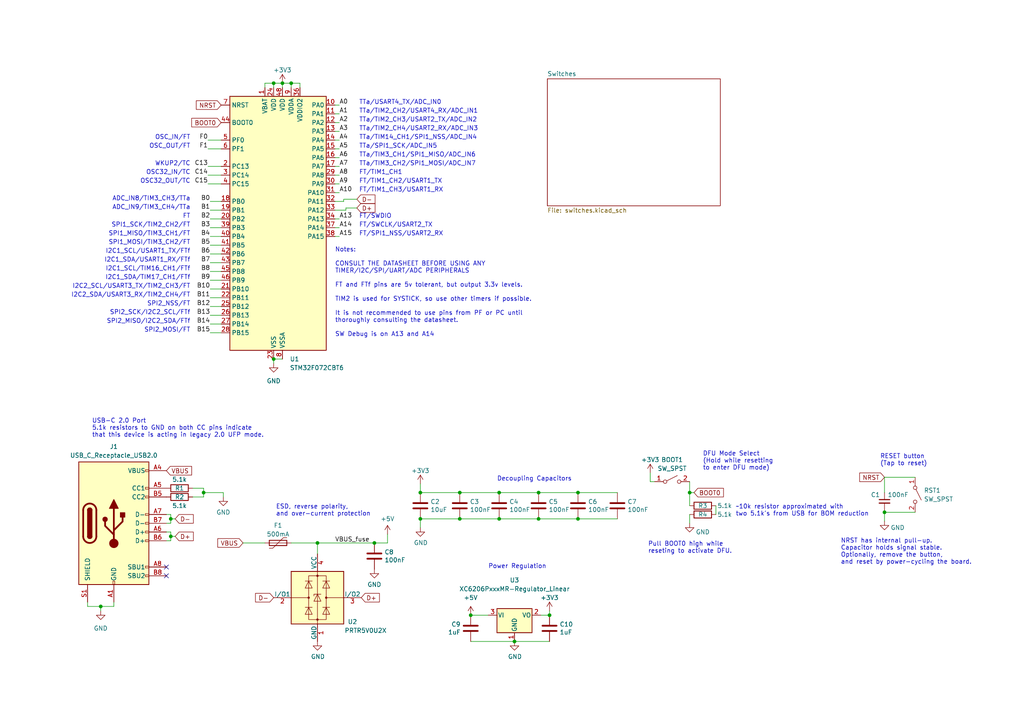
<source format=kicad_sch>
(kicad_sch (version 20250114) (generator "eeschema") (generator_version "9.0")
  (paper "A4")
  (title_block (title "Components"))
  (lib_symbols
    (symbol "+5V_1" (power) (pin_names (offset 0))
      (property "Value" "+5V_1" (at 0 3.556 0))
      (symbol "+5V_1_0_1"
        (polyline (pts (xy -0.762 1.27) (xy 0 2.54)))
        (polyline (pts (xy 0 2.54) (xy 0.762 1.27)))
        (polyline (pts (xy 0 0) (xy 0 2.54)))
      )
      (symbol "+5V_1_1_1"
        (pin power_in line (at 0 0 90) (length 0) (hide yes) (name "+5V") (number "1"))
      )
    )
    (symbol "Connector:USB_C_Receptacle_USB2.0" (pin_names (offset 1.016))
      (property "Reference" "J" (at -10.16 19.05 0))
      (property "Value" "USB_C_Receptacle_USB2.0" (at 19.05 19.05 0))
      (symbol "USB_C_Receptacle_USB2.0_0_0"
        (rectangle (start -0.254 -17.78) (end 0.254 -16.764))
        (rectangle (start 10.16 15.494) (end 9.144 14.986))
        (rectangle (start 10.16 10.414) (end 9.144 9.906))
        (rectangle (start 10.16 7.874) (end 9.144 7.366))
        (rectangle (start 10.16 2.794) (end 9.144 2.286))
        (rectangle (start 10.16 0.254) (end 9.144 -0.254))
        (rectangle (start 10.16 -2.286) (end 9.144 -2.794))
        (rectangle (start 10.16 -4.826) (end 9.144 -5.334))
        (rectangle (start 10.16 -12.446) (end 9.144 -12.954))
        (rectangle (start 10.16 -14.986) (end 9.144 -15.494))
      )
      (symbol "USB_C_Receptacle_USB2.0_0_1"
        (rectangle (start -10.16 17.78) (end 10.16 -17.78) (stroke (width 0.254)) (fill (type background)))
        (polyline (pts (xy -8.89 -3.81) (xy -8.89 3.81)) (stroke (width 0.508)))
        (rectangle (start -7.62 -3.81) (end -6.35 3.81) (stroke (width 0.254)) (fill (type outline)))
        (arc (start -7.62 3.81) (mid -6.985 4.4423) (end -6.35 3.81) (stroke (width 0.254)))
        (arc (start -7.62 3.81) (mid -6.985 4.4423) (end -6.35 3.81) (stroke (width 0.254)) (fill (type outline)))
        (arc (start -8.89 3.81) (mid -6.985 5.7067) (end -5.08 3.81) (stroke (width 0.508)))
        (arc (start -5.08 -3.81) (mid -6.985 -5.7067) (end -8.89 -3.81) (stroke (width 0.508)))
        (arc (start -6.35 -3.81) (mid -6.985 -4.4423) (end -7.62 -3.81) (stroke (width 0.254)))
        (arc (start -6.35 -3.81) (mid -6.985 -4.4423) (end -7.62 -3.81) (stroke (width 0.254)) (fill (type outline)))
        (polyline (pts (xy -5.08 3.81) (xy -5.08 -3.81)) (stroke (width 0.508)))
        (circle (center -2.54 1.143) (radius 0.635) (stroke (width 0.254)) (fill (type outline)))
        (polyline (pts (xy -1.27 4.318) (xy 0 6.858) (xy 1.27 4.318) (xy -1.27 4.318)) (stroke (width 0.254)) (fill (type outline)))
        (polyline (pts (xy 0 -2.032) (xy 2.54 0.508) (xy 2.54 1.778)) (stroke (width 0.508)))
        (polyline (pts (xy 0 -3.302) (xy -2.54 -0.762) (xy -2.54 0.508)) (stroke (width 0.508)))
        (polyline (pts (xy 0 -5.842) (xy 0 4.318)) (stroke (width 0.508)))
        (circle (center 0 -5.842) (radius 1.27) (fill (type outline)))
        (rectangle (start 1.905 1.778) (end 3.175 3.048) (stroke (width 0.254)) (fill (type outline)))
      )
      (symbol "USB_C_Receptacle_USB2.0_1_1"
        (pin passive line (at -7.62 -22.86 90) (length 5.08) (name "SHIELD") (number "S1"))
        (pin passive line (at 0 -22.86 90) (length 5.08) (name "GND") (number "A1"))
        (pin passive line (at 0 -22.86 90) (length 5.08) (hide yes) (name "GND") (number "A12"))
        (pin passive line (at 0 -22.86 90) (length 5.08) (hide yes) (name "GND") (number "B1"))
        (pin passive line (at 0 -22.86 90) (length 5.08) (hide yes) (name "GND") (number "B12"))
        (pin passive line (at 15.24 15.24 180) (length 5.08) (name "VBUS") (number "A4"))
        (pin passive line (at 15.24 15.24 180) (length 5.08) (hide yes) (name "VBUS") (number "A9"))
        (pin passive line (at 15.24 15.24 180) (length 5.08) (hide yes) (name "VBUS") (number "B4"))
        (pin passive line (at 15.24 15.24 180) (length 5.08) (hide yes) (name "VBUS") (number "B9"))
        (pin bidirectional line (at 15.24 10.16 180) (length 5.08) (name "CC1") (number "A5"))
        (pin bidirectional line (at 15.24 7.62 180) (length 5.08) (name "CC2") (number "B5"))
        (pin bidirectional line (at 15.24 2.54 180) (length 5.08) (name "D-") (number "A7"))
        (pin bidirectional line (at 15.24 0 180) (length 5.08) (name "D-") (number "B7"))
        (pin bidirectional line (at 15.24 -2.54 180) (length 5.08) (name "D+") (number "A6"))
        (pin bidirectional line (at 15.24 -5.08 180) (length 5.08) (name "D+") (number "B6"))
        (pin bidirectional line (at 15.24 -12.7 180) (length 5.08) (name "SBU1") (number "A8"))
        (pin bidirectional line (at 15.24 -15.24 180) (length 5.08) (name "SBU2") (number "B8"))
      )
    )
    (symbol "Device:C" (pin_numbers (hide yes)) (pin_names (offset 0.254))
      (property "Reference" "C" (at 0.635 2.54 0))
      (property "Value" "C" (at 0.635 -2.54 0))
      (symbol "C_0_1"
        (polyline (pts (xy -2.032 0.762) (xy 2.032 0.762)) (stroke (width 0.508)))
        (polyline (pts (xy -2.032 -0.762) (xy 2.032 -0.762)) (stroke (width 0.508)))
      )
      (symbol "C_1_1"
        (pin passive line (at 0 3.81 270) (length 2.794) (name "~") (number "1"))
        (pin passive line (at 0 -3.81 90) (length 2.794) (name "~") (number "2"))
      )
    )
    (symbol "Device:C_Small" (pin_numbers (hide yes)) (pin_names (offset 0.254) (hide yes))
      (property "Reference" "C" (at 0.254 1.778 0))
      (property "Value" "C_Small" (at 0.254 -2.032 0))
      (symbol "C_Small_0_1"
        (polyline (pts (xy -1.524 0.508) (xy 1.524 0.508)) (stroke (width 0.3048)))
        (polyline (pts (xy -1.524 -0.508) (xy 1.524 -0.508)) (stroke (width 0.3302)))
      )
      (symbol "C_Small_1_1"
        (pin passive line (at 0 2.54 270) (length 2.032) (name "~") (number "1"))
        (pin passive line (at 0 -2.54 90) (length 2.032) (name "~") (number "2"))
      )
    )
    (symbol "Device:Polyfuse" (pin_numbers (hide yes)) (pin_names (offset 0))
      (property "Reference" "F" (at -2.54 0 90))
      (property "Value" "Polyfuse" (at 2.54 0 90))
      (symbol "Polyfuse_0_1"
        (polyline (pts (xy -1.524 2.54) (xy -1.524 1.524) (xy 1.524 -1.524) (xy 1.524 -2.54)))
        (rectangle (start -0.762 2.54) (end 0.762 -2.54) (stroke (width 0.254)))
        (polyline (pts (xy 0 2.54) (xy 0 -2.54)))
      )
      (symbol "Polyfuse_1_1"
        (pin passive line (at 0 3.81 270) (length 1.27) (name "~") (number "1"))
        (pin passive line (at 0 -3.81 90) (length 1.27) (name "~") (number "2"))
      )
    )
    (symbol "Device:R" (pin_numbers (hide yes)) (pin_names (offset 0))
      (property "Reference" "R" (at 2.032 0 90))
      (property "Value" "R" (at 0 0 90))
      (symbol "R_0_1"
        (rectangle (start -1.016 -2.54) (end 1.016 2.54) (stroke (width 0.254)))
      )
      (symbol "R_1_1"
        (pin passive line (at 0 3.81 270) (length 1.27) (name "~") (number "1"))
        (pin passive line (at 0 -3.81 90) (length 1.27) (name "~") (number "2"))
      )
    )
    (symbol "MCU_ST_STM32F0:STM32F072CBTx"
      (property "Reference" "U" (at -12.7 39.37 0))
      (property "Value" "STM32F072CBTx" (at 10.16 39.37 0))
      (symbol "STM32F072CBTx_0_1"
        (rectangle (start -12.7 -35.56) (end 15.24 38.1) (stroke (width 0.254)) (fill (type background)))
      )
      (symbol "STM32F072CBTx_1_1"
        (pin input line (at -15.24 35.56 0) (length 2.54) (name "NRST") (number "7"))
        (pin input line (at -15.24 30.48 0) (length 2.54) (name "BOOT0") (number "44"))
        (pin bidirectional line (at -15.24 25.4 0) (length 2.54) (name "PF0") (number "5"))
        (pin bidirectional line (at -15.24 22.86 0) (length 2.54) (name "PF1") (number "6"))
        (pin bidirectional line (at -15.24 17.78 0) (length 2.54) (name "PC13") (number "2"))
        (pin bidirectional line (at -15.24 15.24 0) (length 2.54) (name "PC14") (number "3"))
        (pin bidirectional line (at -15.24 12.7 0) (length 2.54) (name "PC15") (number "4"))
        (pin bidirectional line (at -15.24 7.62 0) (length 2.54) (name "PB0") (number "18"))
        (pin bidirectional line (at -15.24 5.08 0) (length 2.54) (name "PB1") (number "19"))
        (pin bidirectional line (at -15.24 2.54 0) (length 2.54) (name "PB2") (number "20"))
        (pin bidirectional line (at -15.24 0 0) (length 2.54) (name "PB3") (number "39"))
        (pin bidirectional line (at -15.24 -2.54 0) (length 2.54) (name "PB4") (number "40"))
        (pin bidirectional line (at -15.24 -5.08 0) (length 2.54) (name "PB5") (number "41"))
        (pin bidirectional line (at -15.24 -7.62 0) (length 2.54) (name "PB6") (number "42"))
        (pin bidirectional line (at -15.24 -10.16 0) (length 2.54) (name "PB7") (number "43"))
        (pin bidirectional line (at -15.24 -12.7 0) (length 2.54) (name "PB8") (number "45"))
        (pin bidirectional line (at -15.24 -15.24 0) (length 2.54) (name "PB9") (number "46"))
        (pin bidirectional line (at -15.24 -17.78 0) (length 2.54) (name "PB10") (number "21"))
        (pin bidirectional line (at -15.24 -20.32 0) (length 2.54) (name "PB11") (number "22"))
        (pin bidirectional line (at -15.24 -22.86 0) (length 2.54) (name "PB12") (number "25"))
        (pin bidirectional line (at -15.24 -25.4 0) (length 2.54) (name "PB13") (number "26"))
        (pin bidirectional line (at -15.24 -27.94 0) (length 2.54) (name "PB14") (number "27"))
        (pin bidirectional line (at -15.24 -30.48 0) (length 2.54) (name "PB15") (number "28"))
        (pin power_in line (at -2.54 40.64 270) (length 2.54) (name "VBAT") (number "1"))
        (pin power_in line (at 0 40.64 270) (length 2.54) (name "VDD") (number "24"))
        (pin power_in line (at 0 -38.1 90) (length 2.54) (name "VSS") (number "23"))
        (pin passive line (at 0 -38.1 90) (length 2.54) (hide yes) (name "VSS") (number "35"))
        (pin passive line (at 0 -38.1 90) (length 2.54) (hide yes) (name "VSS") (number "47"))
        (pin power_in line (at 2.54 40.64 270) (length 2.54) (name "VDD") (number "48"))
        (pin power_in line (at 2.54 -38.1 90) (length 2.54) (name "VSSA") (number "8"))
        (pin power_in line (at 5.08 40.64 270) (length 2.54) (name "VDDA") (number "9"))
        (pin power_in line (at 7.62 40.64 270) (length 2.54) (name "VDDIO2") (number "36"))
        (pin bidirectional line (at 17.78 35.56 180) (length 2.54) (name "PA0") (number "10"))
        (pin bidirectional line (at 17.78 33.02 180) (length 2.54) (name "PA1") (number "11"))
        (pin bidirectional line (at 17.78 30.48 180) (length 2.54) (name "PA2") (number "12"))
        (pin bidirectional line (at 17.78 27.94 180) (length 2.54) (name "PA3") (number "13"))
        (pin bidirectional line (at 17.78 25.4 180) (length 2.54) (name "PA4") (number "14"))
        (pin bidirectional line (at 17.78 22.86 180) (length 2.54) (name "PA5") (number "15"))
        (pin bidirectional line (at 17.78 20.32 180) (length 2.54) (name "PA6") (number "16"))
        (pin bidirectional line (at 17.78 17.78 180) (length 2.54) (name "PA7") (number "17"))
        (pin bidirectional line (at 17.78 15.24 180) (length 2.54) (name "PA8") (number "29"))
        (pin bidirectional line (at 17.78 12.7 180) (length 2.54) (name "PA9") (number "30"))
        (pin bidirectional line (at 17.78 10.16 180) (length 2.54) (name "PA10") (number "31"))
        (pin bidirectional line (at 17.78 7.62 180) (length 2.54) (name "PA11") (number "32"))
        (pin bidirectional line (at 17.78 5.08 180) (length 2.54) (name "PA12") (number "33"))
        (pin bidirectional line (at 17.78 2.54 180) (length 2.54) (name "PA13") (number "34"))
        (pin bidirectional line (at 17.78 0 180) (length 2.54) (name "PA14") (number "37"))
        (pin bidirectional line (at 17.78 -2.54 180) (length 2.54) (name "PA15") (number "38"))
      )
    )
    (symbol "Power_Protection:PRTR5V0U2X" (pin_names (offset 0))
      (property "Reference" "D" (at 2.794 8.636 0))
      (property "Value" "PRTR5V0U2X" (at 8.128 -9.398 0))
      (symbol "PRTR5V0U2X_0_1"
        (rectangle (start -7.62 -7.62) (end 7.62 7.62) (stroke (width 0.254)) (fill (type background)))
        (polyline (pts (xy -3.556 2.794) (xy -1.524 2.794) (xy -2.54 4.826) (xy -3.556 2.794)))
        (polyline (pts (xy -3.556 -4.826) (xy -1.524 -4.826) (xy -2.54 -2.794) (xy -3.556 -4.826)))
        (rectangle (start -2.54 6.35) (end 2.54 -6.35))
        (circle (center -2.54 0) (radius 0.254) (fill (type outline)))
        (polyline (pts (xy -2.54 0) (xy -7.62 0)))
        (polyline (pts (xy -1.524 4.826) (xy -3.556 4.826)))
        (polyline (pts (xy -1.524 -2.794) (xy -3.556 -2.794)))
        (polyline (pts (xy -1.016 -1.016) (xy 1.016 -1.016) (xy 0 1.016) (xy -1.016 -1.016)))
        (circle (center 0 6.35) (radius 0.254) (fill (type outline)))
        (circle (center 0 -6.35) (radius 0.254) (fill (type outline)))
        (polyline (pts (xy 0 -7.62) (xy 0 7.62)))
        (polyline (pts (xy 1.016 1.016) (xy -1.016 1.016) (xy -1.016 0.508)))
        (polyline (pts (xy 1.524 4.826) (xy 3.556 4.826)))
        (polyline (pts (xy 1.524 -2.794) (xy 3.556 -2.794)))
        (polyline (pts (xy 2.54 0) (xy 7.62 0)))
        (circle (center 2.54 0) (radius 0.254) (fill (type outline)))
        (polyline (pts (xy 3.556 2.794) (xy 1.524 2.794) (xy 2.54 4.826) (xy 3.556 2.794)))
        (polyline (pts (xy 3.556 -4.826) (xy 1.524 -4.826) (xy 2.54 -2.794) (xy 3.556 -4.826)))
      )
      (symbol "PRTR5V0U2X_1_1"
        (pin passive line (at -12.7 0 0) (length 5.08) (name "I/O1") (number "2"))
        (pin passive line (at 0 12.7 270) (length 5.08) (name "VCC") (number "4"))
        (pin passive line (at 0 -12.7 90) (length 5.08) (name "GND") (number "1"))
        (pin passive line (at 12.7 0 180) (length 5.08) (name "I/O2") (number "3"))
      )
    )
    (symbol "Switch:SW_SPST" (pin_names (offset 0) (hide yes))
      (property "Reference" "SW" (at 0 3.175 0))
      (property "Value" "SW_SPST" (at 0 -2.54 0))
      (symbol "SW_SPST_0_0"
        (circle (center -2.032 0) (radius 0.508))
        (polyline (pts (xy -1.524 0.254) (xy 1.524 1.778)))
        (circle (center 2.032 0) (radius 0.508))
      )
      (symbol "SW_SPST_1_1"
        (pin passive line (at -5.08 0 0) (length 2.54) (name "A") (number "1"))
        (pin passive line (at 5.08 0 180) (length 2.54) (name "B") (number "2"))
      )
    )
    (symbol "kicad-keyboard-parts:XC6206PxxxMR-Regulator_Linear" (pin_names (offset 0.254))
      (property "Reference" "U" (at -3.81 3.175 0))
      (property "Value" "XC6206PxxxMR-Regulator_Linear" (at 0 3.175 0))
      (property "LCSC" "C5446" (at 0 0 0))
      (symbol "XC6206PxxxMR-Regulator_Linear_0_1"
        (rectangle (start -5.08 1.905) (end 5.08 -5.08) (stroke (width 0.254)) (fill (type background)))
      )
      (symbol "XC6206PxxxMR-Regulator_Linear_1_1"
        (pin power_in line (at -7.62 0 0) (length 2.54) (name "VI") (number "3"))
        (pin power_in line (at 0 -7.62 90) (length 2.54) (name "GND") (number "1"))
        (pin power_out line (at 7.62 0 180) (length 2.54) (name "VO") (number "2"))
      )
    )
    (symbol "power:+3V3" (power) (pin_names (offset 0))
      (property "Value" "+3V3" (at 0 3.556 0))
      (symbol "+3V3_0_1"
        (polyline (pts (xy -0.762 1.27) (xy 0 2.54)))
        (polyline (pts (xy 0 2.54) (xy 0.762 1.27)))
        (polyline (pts (xy 0 0) (xy 0 2.54)))
      )
      (symbol "+3V3_1_1"
        (pin power_in line (at 0 0 90) (length 0) (hide yes) (name "+3V3") (number "1"))
      )
    )
    (symbol "power:+5V" (power) (pin_names (offset 0))
      (property "Value" "+5V" (at 0 3.556 0))
      (symbol "+5V_0_1"
        (polyline (pts (xy -0.762 1.27) (xy 0 2.54)))
        (polyline (pts (xy 0 2.54) (xy 0.762 1.27)))
        (polyline (pts (xy 0 0) (xy 0 2.54)))
      )
      (symbol "+5V_1_1"
        (pin power_in line (at 0 0 90) (length 0) (hide yes) (name "+5V") (number "1"))
      )
    )
    (symbol "power:GND" (power) (pin_names (offset 0))
      (property "Value" "GND" (at 0 -3.81 0))
      (symbol "GND_0_1"
        (polyline (pts (xy 0 0) (xy 0 -1.27) (xy 1.27 -1.27) (xy 0 -2.54) (xy -1.27 -1.27) (xy 0 -1.27)))
      )
      (symbol "GND_1_1"
        (pin power_in line (at 0 0 270) (length 0) (hide yes) (name "GND") (number "1"))
      )
    )
  )
  (text "SPI1_SCK/TIM2_CH2/FT" (at 55.245 66.04 0) (effects (font (size 1.27 1.27)) (justify right bottom)))
  (text "FT/TIM1_CH1" (at 104.14 50.8 0) (effects (font (size 1.27 1.27)) (justify left bottom)))
  (text "FT/TIM1_CH3/USART1_RX" (at 104.14 55.88 0) (effects (font (size 1.27 1.27)) (justify left bottom)))
  (text "SPI2_NSS/FT" (at 55.245 88.9 0) (effects (font (size 1.27 1.27)) (justify right bottom)))
  (text "Notes:\n\nCONSULT THE DATASHEET BEFORE USING ANY \nTIMER/I2C/SPI/UART/ADC PERIPHERALS\n\nFT and FTf pins are 5v tolerant, but output 3.3v levels.\n\nTIM2 is used for SYSTICK, so use other timers if possible.\n\nIt is not recommended to use pins from PF or PC until\nthoroughly consulting the datasheet.\n\nSW Debug is on A13 and A14" (at 97.155 97.79 0) (effects (font (size 1.27 1.27)) (justify left bottom)))
  (text "TTa/TIM2_CH4/USART2_RX/ADC_IN3" (at 104.14 38.1 0) (effects (font (size 1.27 1.27)) (justify left bottom)))
  (text "NRST has internal pull-up.\nCapacitor holds signal stable.\nOptionally, remove the button,\nand reset by power-cycling the board." (at 243.84 163.83 0) (effects (font (size 1.27 1.27)) (justify left bottom)))
  (text "FT/SWDIO" (at 104.14 63.5 0) (effects (font (size 1.27 1.27)) (justify left bottom)))
  (text "Decoupling Capacitors" (at 144.145 139.7 0) (effects (font (size 1.27 1.27)) (justify left bottom)))
  (text "SPI1_MOSI/TIM3_CH2/FT" (at 55.245 71.12 0) (effects (font (size 1.27 1.27)) (justify right bottom)))
  (text "ADC_IN9/TIM3_CH4/TTa" (at 55.245 60.96 0) (effects (font (size 1.27 1.27)) (justify right bottom)))
  (text "I2C2_SCL/USART3_TX/TIM2_CH3/FT" (at 55.245 83.82 0) (effects (font (size 1.27 1.27)) (justify right bottom)))
  (text "SPI2_MISO/I2C2_SDA/FTf" (at 55.245 93.98 0) (effects (font (size 1.27 1.27)) (justify right bottom)))
  (text "FT/SWCLK/USART2_TX" (at 104.14 66.04 0) (effects (font (size 1.27 1.27)) (justify left bottom)))
  (text "I2C1_SCL/TIM16_CH1/FTf" (at 55.245 78.74 0) (effects (font (size 1.27 1.27)) (justify right bottom)))
  (text "~10k resistor approximated with\ntwo 5.1k's from USB for BOM reduction" (at 213.36 149.86 0) (effects (font (size 1.27 1.27)) (justify left bottom)))
  (text "TTa/TIM2_CH2/USART4_RX/ADC_IN1" (at 104.14 33.02 0) (effects (font (size 1.27 1.27)) (justify left bottom)))
  (text "USB-C 2.0 Port\n5.1k resistors to GND on both CC pins indicate\nthat this device is acting in legacy 2.0 UFP mode." (at 26.67 127 0) (effects (font (size 1.27 1.27)) (justify left bottom)))
  (text "TTa/TIM2_CH3/USART2_TX/ADC_IN2" (at 104.14 35.56 0) (effects (font (size 1.27 1.27)) (justify left bottom)))
  (text "OSC_IN/FT" (at 55.245 40.64 0) (effects (font (size 1.27 1.27)) (justify right bottom)))
  (text "DFU Mode Select\n(Hold while resetting\nto enter DFU mode)" (at 203.835 136.525 0) (effects (font (size 1.27 1.27)) (justify left bottom)))
  (text "WKUP2/TC" (at 55.245 48.26 0) (effects (font (size 1.27 1.27)) (justify right bottom)))
  (text "I2C2_SDA/USART3_RX/TIM2_CH4/FT" (at 55.245 86.36 0) (effects (font (size 1.27 1.27)) (justify right bottom)))
  (text "ADC_IN8/TIM3_CH3/TTa" (at 55.245 58.42 0) (effects (font (size 1.27 1.27)) (justify right bottom)))
  (text "RESET button\n(Tap to reset)" (at 255.27 135.255 0) (effects (font (size 1.27 1.27)) (justify left bottom)))
  (text "Pull BOOT0 high while \nreseting to activate DFU." (at 187.96 160.655 0) (effects (font (size 1.27 1.27)) (justify left bottom)))
  (text "I2C1_SDA/TIM17_CH1/FTf" (at 55.245 81.28 0) (effects (font (size 1.27 1.27)) (justify right bottom)))
  (text "TTa/SPI1_SCK/ADC_IN5" (at 104.14 43.18 0) (effects (font (size 1.27 1.27)) (justify left bottom)))
  (text "TTa/TIM3_CH1/SPI1_MISO/ADC_IN6" (at 104.14 45.72 0) (effects (font (size 1.27 1.27)) (justify left bottom)))
  (text "TTa/TIM3_CH2/SPI1_MOSI/ADC_IN7" (at 104.14 48.26 0) (effects (font (size 1.27 1.27)) (justify left bottom)))
  (text "OSC32_OUT/TC" (at 55.245 53.34 0) (effects (font (size 1.27 1.27)) (justify right bottom)))
  (text "FT/SPI1_NSS/USART2_RX" (at 104.14 68.58 0) (effects (font (size 1.27 1.27)) (justify left bottom)))
  (text "SPI1_MISO/TIM3_CH1/FT" (at 55.245 68.58 0) (effects (font (size 1.27 1.27)) (justify right bottom)))
  (text "OSC32_IN/TC" (at 55.245 50.8 0) (effects (font (size 1.27 1.27)) (justify right bottom)))
  (text "TTa/TIM14_CH1/SPI1_NSS/ADC_IN4" (at 104.14 40.64 0) (effects (font (size 1.27 1.27)) (justify left bottom)))
  (text "I2C1_SDA/USART1_RX/FTf" (at 55.245 76.2 0) (effects (font (size 1.27 1.27)) (justify right bottom)))
  (text "SPI2_MOSI/FT" (at 55.245 96.52 0) (effects (font (size 1.27 1.27)) (justify right bottom)))
  (text "FT/TIM1_CH2/USART1_TX" (at 104.14 53.34 0) (effects (font (size 1.27 1.27)) (justify left bottom)))
  (text "Power Regulation" (at 141.605 165.1 0) (effects (font (size 1.27 1.27)) (justify left bottom)))
  (text "SPI2_SCK/I2C2_SCL/FTf" (at 55.245 91.44 0) (effects (font (size 1.27 1.27)) (justify right bottom)))
  (text "OSC_OUT/FT" (at 55.245 43.18 0) (effects (font (size 1.27 1.27)) (justify right bottom)))
  (text "ESD, reverse polarity,\nand over-current protection" (at 80.01 149.86 0) (effects (font (size 1.27 1.27)) (justify left bottom)))
  (text "FT" (at 55.245 63.5 0) (effects (font (size 1.27 1.27)) (justify right bottom)))
  (text "TTa/USART4_TX/ADC_IN0" (at 104.14 30.48 0) (effects (font (size 1.27 1.27)) (justify left bottom)))
  (text "I2C1_SCL/USART1_TX/FTf" (at 55.245 73.66 0) (effects (font (size 1.27 1.27)) (justify right bottom)))
  (junction (at 200.025 142.875))
  (junction (at 81.915 24.13))
  (junction (at 159.385 178.435))
  (junction (at 59.055 142.875))
  (junction (at 79.375 24.13))
  (junction (at 156.21 150.495))
  (junction (at 136.525 178.435))
  (junction (at 156.21 142.875))
  (junction (at 121.92 150.495))
  (junction (at 149.225 186.055) (diameter 0.9144))
  (junction (at 256.54 148.59))
  (junction (at 121.92 142.875))
  (junction (at 79.375 104.14))
  (junction (at 144.78 150.495))
  (junction (at 133.35 150.495))
  (junction (at 167.64 150.495))
  (junction (at 167.64 142.875))
  (junction (at 92.075 157.48))
  (junction (at 144.78 142.875))
  (junction (at 108.585 157.48))
  (junction (at 49.53 155.575))
  (junction (at 29.21 175.895))
  (junction (at 49.53 150.495))
  (junction (at 133.35 142.875))
  (junction (at 84.455 24.13))
  (no_connect (at 48.26 167.005))
  (no_connect (at 48.26 164.465))
  (wire (pts (xy 167.64 150.495) (xy 179.07 150.495)))
  (wire (pts (xy 48.26 156.845) (xy 49.53 156.845)))
  (wire (pts (xy 60.96 76.2) (xy 64.135 76.2)))
  (wire (pts (xy 98.425 40.64) (xy 97.155 40.64)))
  (wire (pts (xy 29.21 175.895) (xy 33.02 175.895)))
  (wire (pts (xy 60.96 60.96) (xy 64.135 60.96)))
  (wire (pts (xy 86.995 24.13) (xy 86.995 25.4)))
  (wire (pts (xy 48.26 149.225) (xy 49.53 149.225)))
  (wire (pts (xy 98.425 53.34) (xy 97.155 53.34)))
  (wire (pts (xy 59.055 144.145) (xy 59.055 142.875)))
  (wire (pts (xy 144.78 150.495) (xy 133.35 150.495)))
  (wire (pts (xy 55.88 144.145) (xy 59.055 144.145)))
  (wire (pts (xy 98.425 48.26) (xy 97.155 48.26)))
  (wire (pts (xy 49.53 150.495) (xy 49.53 151.765)))
  (wire (pts (xy 59.055 142.875) (xy 59.055 141.605)))
  (wire (pts (xy 189.865 139.7) (xy 188.595 139.7)))
  (wire (pts (xy 29.21 177.165) (xy 29.21 175.895)))
  (wire (pts (xy 84.455 24.13) (xy 84.455 25.4)))
  (wire (pts (xy 98.425 35.56) (xy 97.155 35.56)))
  (wire (pts (xy 59.055 142.875) (xy 64.77 142.875)))
  (wire (pts (xy 144.78 142.875) (xy 133.35 142.875)))
  (wire (pts (xy 60.96 63.5) (xy 64.135 63.5)))
  (wire (pts (xy 84.455 24.13) (xy 86.995 24.13)))
  (wire (pts (xy 200.025 142.875) (xy 201.295 142.875)))
  (wire (pts (xy 60.96 78.74) (xy 64.135 78.74)))
  (wire (pts (xy 79.375 24.13) (xy 79.375 25.4)))
  (wire (pts (xy 55.88 141.605) (xy 59.055 141.605)))
  (wire (pts (xy 149.225 186.055) (xy 159.385 186.055)))
  (wire (pts (xy 60.96 93.98) (xy 64.135 93.98)))
  (wire (pts (xy 79.375 105.41) (xy 79.375 104.14)))
  (wire (pts (xy 60.96 83.82) (xy 64.135 83.82)))
  (wire (pts (xy 98.425 38.1) (xy 97.155 38.1)))
  (wire (pts (xy 256.54 151.13) (xy 256.54 148.59)))
  (wire (pts (xy 60.96 73.66) (xy 64.135 73.66)))
  (wire (pts (xy 136.525 178.435) (xy 141.605 178.435)))
  (wire (pts (xy 207.645 146.685) (xy 207.645 149.225)))
  (wire (pts (xy 156.21 142.875) (xy 167.64 142.875)))
  (wire (pts (xy 98.425 63.5) (xy 97.155 63.5)))
  (wire (pts (xy 60.96 71.12) (xy 64.135 71.12)))
  (wire (pts (xy 108.585 157.48) (xy 112.395 157.48)))
  (wire (pts (xy 188.595 139.7) (xy 188.595 137.16)))
  (wire (pts (xy 100.33 60.325) (xy 100.33 60.96)))
  (wire (pts (xy 60.96 66.04) (xy 64.135 66.04)))
  (wire (pts (xy 76.835 24.13) (xy 76.835 25.4)))
  (wire (pts (xy 98.425 43.18) (xy 97.155 43.18)))
  (wire (pts (xy 60.96 91.44) (xy 64.135 91.44)))
  (wire (pts (xy 256.54 138.43) (xy 265.43 138.43)))
  (wire (pts (xy 156.845 178.435) (xy 159.385 178.435)))
  (wire (pts (xy 144.78 142.875) (xy 156.21 142.875)))
  (wire (pts (xy 98.425 45.72) (xy 97.155 45.72)))
  (wire (pts (xy 200.025 139.7) (xy 200.025 142.875)))
  (wire (pts (xy 84.455 24.13) (xy 81.915 24.13)))
  (wire (pts (xy 60.96 58.42) (xy 64.135 58.42)))
  (wire (pts (xy 256.54 138.43) (xy 256.54 142.875)))
  (wire (pts (xy 98.425 55.88) (xy 97.155 55.88)))
  (wire (pts (xy 60.96 86.36) (xy 64.135 86.36)))
  (wire (pts (xy 70.485 157.48) (xy 76.835 157.48)))
  (wire (pts (xy 100.33 60.96) (xy 97.155 60.96)))
  (wire (pts (xy 121.92 153.035) (xy 121.92 150.495)))
  (wire (pts (xy 49.53 156.845) (xy 49.53 155.575)))
  (wire (pts (xy 60.325 48.26) (xy 64.135 48.26)))
  (wire (pts (xy 60.325 50.8) (xy 64.135 50.8)))
  (wire (pts (xy 48.26 154.305) (xy 49.53 154.305)))
  (wire (pts (xy 84.455 157.48) (xy 92.075 157.48)))
  (wire (pts (xy 79.375 104.14) (xy 81.915 104.14)))
  (wire (pts (xy 167.64 142.875) (xy 179.07 142.875)))
  (wire (pts (xy 121.92 140.335) (xy 121.92 142.875)))
  (wire (pts (xy 60.96 96.52) (xy 64.135 96.52)))
  (wire (pts (xy 256.54 148.59) (xy 256.54 147.955)))
  (wire (pts (xy 49.53 150.495) (xy 50.8 150.495)))
  (wire (pts (xy 79.375 24.13) (xy 81.915 24.13)))
  (wire (pts (xy 256.54 148.59) (xy 265.43 148.59)))
  (wire (pts (xy 200.025 149.225) (xy 200.025 151.765)))
  (wire (pts (xy 60.325 40.64) (xy 64.135 40.64)))
  (wire (pts (xy 60.96 88.9) (xy 64.135 88.9)))
  (wire (pts (xy 60.96 81.28) (xy 64.135 81.28)))
  (wire (pts (xy 25.4 175.895) (xy 29.21 175.895)))
  (wire (pts (xy 112.395 154.94) (xy 112.395 157.48)))
  (wire (pts (xy 76.835 24.13) (xy 79.375 24.13)))
  (wire (pts (xy 60.96 68.58) (xy 64.135 68.58)))
  (wire (pts (xy 200.025 142.875) (xy 200.025 146.685)))
  (wire (pts (xy 48.26 151.765) (xy 49.53 151.765)))
  (wire (pts (xy 99.695 57.785) (xy 99.695 58.42)))
  (wire (pts (xy 25.4 174.625) (xy 25.4 175.895)))
  (wire (pts (xy 103.505 60.325) (xy 100.33 60.325)))
  (wire (pts (xy 49.53 154.305) (xy 49.53 155.575)))
  (wire (pts (xy 98.425 50.8) (xy 97.155 50.8)))
  (wire (pts (xy 98.425 33.02) (xy 97.155 33.02)))
  (wire (pts (xy 98.425 66.04) (xy 97.155 66.04)))
  (wire (pts (xy 49.53 155.575) (xy 50.8 155.575)))
  (wire (pts (xy 133.35 150.495) (xy 121.92 150.495)))
  (wire (pts (xy 159.385 177.165) (xy 159.385 178.435)))
  (wire (pts (xy 64.77 142.875) (xy 64.77 144.145)))
  (wire (pts (xy 33.02 175.895) (xy 33.02 174.625)))
  (wire (pts (xy 99.695 58.42) (xy 97.155 58.42)))
  (wire (pts (xy 92.075 157.48) (xy 92.075 160.655)))
  (wire (pts (xy 60.325 43.18) (xy 64.135 43.18)))
  (wire (pts (xy 103.505 57.785) (xy 99.695 57.785)))
  (wire (pts (xy 149.225 186.055) (xy 136.525 186.055)))
  (wire (pts (xy 92.075 157.48) (xy 108.585 157.48)))
  (wire (pts (xy 98.425 30.48) (xy 97.155 30.48)))
  (wire (pts (xy 98.425 68.58) (xy 97.155 68.58)))
  (wire (pts (xy 81.915 24.13) (xy 81.915 25.4)))
  (wire (pts (xy 133.35 142.875) (xy 121.92 142.875)))
  (wire (pts (xy 49.53 149.225) (xy 49.53 150.495)))
  (wire (pts (xy 144.78 150.495) (xy 156.21 150.495)))
  (wire (pts (xy 156.21 150.495) (xy 167.64 150.495)))
  (wire (pts (xy 60.325 53.34) (xy 64.135 53.34)))
  (label "A1" (at 98.425 33.02 0))
  (label "A3" (at 98.425 38.1 0))
  (label "A13" (at 98.425 63.5 0))
  (label "A10" (at 98.425 55.88 0))
  (label "B7" (at 60.96 76.2 180))
  (label "B13" (at 60.96 91.44 180))
  (label "A6" (at 98.425 45.72 0))
  (label "B1" (at 60.96 60.96 180))
  (label "B9" (at 60.96 81.28 180))
  (label "B5" (at 60.96 71.12 180))
  (label "B14" (at 60.96 93.98 180))
  (label "A8" (at 98.425 50.8 0))
  (label "B0" (at 60.96 58.42 180))
  (label "A9" (at 98.425 53.34 0))
  (label "VBUS_fuse" (at 97.155 157.48 0))
  (label "A2" (at 98.425 35.56 0))
  (label "B8" (at 60.96 78.74 180))
  (label "A4" (at 98.425 40.64 0))
  (label "B12" (at 60.96 88.9 180))
  (label "B4" (at 60.96 68.58 180))
  (label "C14" (at 60.325 50.8 180))
  (label "B6" (at 60.96 73.66 180))
  (label "B15" (at 60.96 96.52 180))
  (label "A14" (at 98.425 66.04 0))
  (label "B10" (at 60.96 83.82 180))
  (label "B11" (at 60.96 86.36 180))
  (label "C15" (at 60.325 53.34 180))
  (label "B3" (at 60.96 66.04 180))
  (label "A0" (at 98.425 30.48 0))
  (label "B2" (at 60.96 63.5 180))
  (label "F1" (at 60.325 43.18 180))
  (label "A5" (at 98.425 43.18 0))
  (label "A7" (at 98.425 48.26 0))
  (label "C13" (at 60.325 48.26 180))
  (label "F0" (at 60.325 40.64 180))
  (label "A15" (at 98.425 68.58 0))
  (global_label "VBUS" (shape input) (at 70.485 157.48 180) (property "Intersheetrefs" "${INTERSHEET_REFS}" (effects (hide yes))))
  (global_label "D-" (shape input) (at 103.505 57.785 0) (property "Intersheetrefs" "${INTERSHEET_REFS}" (effects (hide yes))))
  (global_label "D-" (shape input) (at 79.375 173.355 180) (property "Intersheetrefs" "${INTERSHEET_REFS}" (effects (hide yes))))
  (global_label "BOOT0" (shape input) (at 64.135 35.56 180) (property "Intersheetrefs" "${INTERSHEET_REFS}" (effects (hide yes))))
  (global_label "D+" (shape input) (at 103.505 60.325 0) (property "Intersheetrefs" "${INTERSHEET_REFS}" (effects (hide yes))))
  (global_label "D+" (shape input) (at 104.775 173.355 0) (property "Intersheetrefs" "${INTERSHEET_REFS}" (effects (hide yes))))
  (global_label "D-" (shape input) (at 50.8 150.495 0) (property "Intersheetrefs" "${INTERSHEET_REFS}" (effects (hide yes))))
  (global_label "NRST" (shape input) (at 256.54 138.43 180) (property "Intersheetrefs" "${INTERSHEET_REFS}" (effects (hide yes))))
  (global_label "NRST" (shape input) (at 64.135 30.48 180) (property "Intersheetrefs" "${INTERSHEET_REFS}" (effects (hide yes))))
  (global_label "BOOT0" (shape input) (at 201.295 142.875 0) (property "Intersheetrefs" "${INTERSHEET_REFS}" (effects (hide yes))))
  (global_label "D+" (shape input) (at 50.8 155.575 0) (property "Intersheetrefs" "${INTERSHEET_REFS}" (effects (hide yes))))
  (global_label "VBUS" (shape input) (at 48.26 136.525 0) (property "Intersheetrefs" "${INTERSHEET_REFS}" (effects (hide yes))))
  (symbol (lib_id "Connector:USB_C_Receptacle_USB2.0") (at 33.02 151.765 0) (unit 1)
    (property "Reference" "J1" (at 33.02 129.54 0))
    (property "Value" "USB_C_Receptacle_USB2.0" (at 33.02 132.08 0))
    (property "Footprint" "Connector_USB:USB_C_Receptacle_HRO_TYPE-C-31-M-12" (effects (hide yes)))
    (property "Datasheet" "https://www.usb.org/sites/default/files/documents/usb_type-c.zip" (effects (hide yes)))
    (property "JlcRotOffset" "180" (effects (hide yes)))
    (property "JlcPosOffset" "0,1.5" (effects (hide yes)))
  )
  (symbol (lib_id "power:+3V3") (at 81.915 24.13 0) (unit 1)
    (property "Reference" "#PWR01" (effects (hide yes)))
    (property "Value" "+3V3" (at 81.915 20.32 0))
  )
  (symbol (lib_id "Device:R") (at 203.835 146.685 90) (unit 1)
    (property "Reference" "R3" (at 203.835 146.685 90))
    (property "Value" "5.1k" (at 210.185 146.685 90))
    (property "Footprint" "Resistor_SMD:R_0402_1005Metric" (effects (hide yes)))
  )
  (symbol (lib_id "Device:C") (at 108.585 161.29 0) (unit 1)
    (property "Reference" "C8" (at 111.506 160.1216 0) (effects (justify left)))
    (property "Value" "100nF" (at 111.506 162.433 0) (effects (justify left)))
    (property "Footprint" "Capacitor_SMD:C_0402_1005Metric" (effects (hide yes)))
    (property "LCSC" "C307331" (effects (hide yes)))
  )
  (symbol (lib_id "Device:Polyfuse") (at 80.645 157.48 90) (unit 1)
    (property "Reference" "F1" (at 80.645 152.4 90))
    (property "Value" "500mA" (at 80.645 154.94 90))
    (property "Footprint" "Fuse:Fuse_1206_3216Metric" (effects (hide yes)))
    (property "LCSC" "C135341" (effects (hide yes)))
  )
  (symbol (lib_id "power:GND") (at 79.375 105.41 0) (unit 1)
    (property "Reference" "#PWR02" (effects (hide yes)))
    (property "Value" "GND" (at 79.375 110.49 0))
  )
  (symbol (lib_id "power:GND") (at 64.77 144.145 0) (unit 1)
    (property "Reference" "#PWR05" (effects (hide yes)))
    (property "Value" "GND" (at 64.77 148.59 0))
  )
  (symbol (lib_id "power:GND") (at 121.92 153.035 0) (unit 1)
    (property "Reference" "#PWR08" (effects (hide yes)))
    (property "Value" "GND" (at 122.047 157.4292 0))
  )
  (symbol (lib_id "MCU_ST_STM32F0:STM32F072CBTx") (at 79.375 66.04 0) (unit 1)
    (property "Reference" "U1" (at 84.0583 104.14 0) (effects (justify left)))
    (property "Value" "STM32F072CBT6" (at 84.0583 106.68 0) (effects (justify left)))
    (property "Footprint" "Package_QFP:LQFP-48_7x7mm_P0.5mm" (effects (hide yes)))
    (property "Datasheet" "https://www.st.com/resource/en/datasheet/stm32f072cb.pdf" (effects (hide yes)))
    (property "JlcRotOffset" "90" (effects (hide yes)))
  )
  (symbol (lib_id "Device:C") (at 167.64 146.685 0) (unit 1)
    (property "Reference" "C6" (at 170.561 145.5166 0) (effects (justify left)))
    (property "Value" "100nF" (at 170.561 147.828 0) (effects (justify left)))
    (property "Footprint" "Capacitor_SMD:C_0402_1005Metric" (effects (hide yes)))
    (property "LCSC" "C307331" (effects (hide yes)))
  )
  (symbol (lib_id "power:+3V3") (at 121.92 140.335 0) (unit 1)
    (property "Reference" "#PWR04" (effects (hide yes)))
    (property "Value" "+3V3" (at 121.92 136.525 0))
  )
  (symbol (lib_id "power:GND") (at 29.21 177.165 0) (unit 1)
    (property "Reference" "#PWR011" (effects (hide yes)))
    (property "Value" "GND" (at 29.21 182.245 0))
  )
  (symbol (lib_id "Device:C") (at 159.385 182.245 0) (unit 1)
    (property "Reference" "C10" (at 162.306 181.0766 0) (effects (justify left)))
    (property "Value" "1uF" (at 162.306 183.388 0) (effects (justify left)))
    (property "Footprint" "Capacitor_SMD:C_0402_1005Metric" (effects (hide yes)))
    (property "LCSC" "C307331" (effects (hide yes)))
  )
  (symbol (lib_id "kicad-keyboard-parts:XC6206PxxxMR-Regulator_Linear") (at 149.225 178.435 0) (unit 1)
    (property "Reference" "U3" (at 149.225 168.275 0))
    (property "Value" "XC6206PxxxMR-Regulator_Linear" (at 149.225 170.815 0))
    (property "Footprint" "Package_TO_SOT_SMD:SOT-23" (effects (hide yes)))
    (property "Datasheet" "https://www.torexsemi.com/file/xc6206/XC6206.pdf" (effects (hide yes)))
    (property "LCSC" "C5446" (effects (hide yes)))
  )
  (symbol (lib_id "power:GND") (at 200.025 151.765 0) (unit 1)
    (property "Reference" "#PWR07" (effects (hide yes)))
    (property "Value" "GND" (at 203.835 154.305 0))
  )
  (symbol (lib_id "power:+3V3") (at 188.595 137.16 0) (mirror y) (unit 1)
    (property "Reference" "#PWR03" (effects (hide yes)))
    (property "Value" "+3V3" (at 188.595 133.35 0))
  )
  (symbol (lib_id "power:+3V3") (at 159.385 177.165 0) (unit 1)
    (property "Reference" "#PWR012" (effects (hide yes)))
    (property "Value" "+3V3" (at 159.385 173.355 0))
  )
  (symbol (lib_name "+5V_1") (lib_id "power:+5V") (at 112.395 154.94 0) (unit 1)
    (property "Reference" "#PWR09" (effects (hide yes)))
    (property "Value" "+5V" (at 112.395 150.495 0))
  )
  (symbol (lib_id "Device:R") (at 52.07 141.605 270) (unit 1)
    (property "Reference" "R1" (at 52.07 141.605 90))
    (property "Value" "5.1k" (at 52.07 139.065 90))
    (property "Footprint" "Resistor_SMD:R_0402_1005Metric" (effects (hide yes)))
  )
  (symbol (lib_id "power:GND") (at 108.585 165.1 0) (unit 1)
    (property "Reference" "#PWR010" (effects (hide yes)))
    (property "Value" "GND" (at 108.585 169.545 0))
  )
  (symbol (lib_id "power:GND") (at 149.225 186.055 0) (unit 1)
    (property "Reference" "#PWR015" (effects (hide yes)))
    (property "Value" "GND" (at 149.352 190.4492 0))
  )
  (symbol (lib_id "power:+5V") (at 136.525 178.435 0) (unit 1)
    (property "Reference" "#PWR013" (effects (hide yes)))
    (property "Value" "+5V" (at 136.525 173.355 0))
  )
  (symbol (lib_id "Switch:SW_SPST") (at 194.945 139.7 0) (unit 1)
    (property "Reference" "BOOT1" (at 194.945 133.35 0))
    (property "Value" "SW_SPST" (at 194.945 135.89 0))
    (property "Footprint" "Button_Switch_SMD:SW_SPST_TL3342" (effects (hide yes)))
  )
  (symbol (lib_id "Device:C") (at 144.78 146.685 0) (unit 1)
    (property "Reference" "C4" (at 147.701 145.5166 0) (effects (justify left)))
    (property "Value" "100nF" (at 147.701 147.828 0) (effects (justify left)))
    (property "Footprint" "Capacitor_SMD:C_0402_1005Metric" (effects (hide yes)))
    (property "LCSC" "C307331" (effects (hide yes)))
  )
  (symbol (lib_id "power:GND") (at 256.54 151.13 0) (mirror y) (unit 1)
    (property "Reference" "#PWR06" (effects (hide yes)))
    (property "Value" "GND" (at 260.35 153.035 0))
  )
  (symbol (lib_id "Device:C") (at 133.35 146.685 0) (unit 1)
    (property "Reference" "C3" (at 136.271 145.5166 0) (effects (justify left)))
    (property "Value" "100nF" (at 136.271 147.828 0) (effects (justify left)))
    (property "Footprint" "Capacitor_SMD:C_0402_1005Metric" (effects (hide yes)))
    (property "LCSC" "C307331" (effects (hide yes)))
  )
  (symbol (lib_id "Device:C") (at 156.21 146.685 0) (unit 1)
    (property "Reference" "C5" (at 159.131 145.5166 0) (effects (justify left)))
    (property "Value" "100nF" (at 159.131 147.828 0) (effects (justify left)))
    (property "Footprint" "Capacitor_SMD:C_0402_1005Metric" (effects (hide yes)))
    (property "LCSC" "C307331" (effects (hide yes)))
  )
  (symbol (lib_id "Device:C") (at 136.525 182.245 0) (mirror y) (unit 1)
    (property "Reference" "C9" (at 133.604 181.0766 0) (effects (justify left)))
    (property "Value" "1uF" (at 133.604 183.388 0) (effects (justify left)))
    (property "Footprint" "Capacitor_SMD:C_0402_1005Metric" (effects (hide yes)))
    (property "LCSC" "C307331" (effects (hide yes)))
  )
  (symbol (lib_id "Power_Protection:PRTR5V0U2X") (at 92.075 173.355 0) (unit 1)
    (property "Reference" "U2" (at 102.235 180.34 0))
    (property "Value" "PRTR5V0U2X" (at 106.045 182.88 0))
    (property "Footprint" "Package_TO_SOT_SMD:SOT-143" (effects (hide yes)))
    (property "Datasheet" "https://assets.nexperia.com/documents/data-sheet/PRTR5V0U2X.pdf" (effects (hide yes)))
    (property "LCSC" "C2827688" (effects (hide yes)))
    (property "JlcRotOffset" "90" (effects (hide yes)))
  )
  (symbol (lib_id "Device:C") (at 121.92 146.685 0) (unit 1)
    (property "Reference" "C2" (at 124.841 145.5166 0) (effects (justify left)))
    (property "Value" "10uF" (at 124.841 147.828 0) (effects (justify left)))
    (property "Footprint" "Capacitor_SMD:C_0603_1608Metric" (effects (hide yes)))
    (property "LCSC" "C307331" (effects (hide yes)))
  )
  (symbol (lib_id "power:GND") (at 92.075 186.055 0) (unit 1)
    (property "Reference" "#PWR014" (effects (hide yes)))
    (property "Value" "GND" (at 92.202 190.4492 0))
  )
  (symbol (lib_id "Device:R") (at 203.835 149.225 270) (mirror x) (unit 1)
    (property "Reference" "R4" (at 203.835 149.225 90))
    (property "Value" "5.1k" (at 210.185 149.225 90))
    (property "Footprint" "Resistor_SMD:R_0402_1005Metric" (effects (hide yes)))
  )
  (symbol (lib_id "Switch:SW_SPST") (at 265.43 143.51 270) (unit 1)
    (property "Reference" "RST1" (at 267.97 142.2399 90) (effects (justify left)))
    (property "Value" "SW_SPST" (at 267.97 144.7799 90) (effects (justify left)))
    (property "Footprint" "Button_Switch_SMD:SW_SPST_TL3342" (effects (hide yes)))
  )
  (symbol (lib_id "Device:C_Small") (at 256.54 145.415 0) (mirror y) (unit 1)
    (property "Reference" "C1" (at 255.27 143.51 0) (effects (justify left)))
    (property "Value" "100nF" (at 263.525 143.51 0) (effects (justify left)))
    (property "Footprint" "Capacitor_SMD:C_0402_1005Metric" (effects (hide yes)))
    (property "LCSC" "C307331" (effects (hide yes)))
  )
  (symbol (lib_id "Device:R") (at 52.07 144.145 90) (unit 1)
    (property "Reference" "R2" (at 52.07 144.145 90))
    (property "Value" "5.1k" (at 52.07 146.685 90))
    (property "Footprint" "Resistor_SMD:R_0402_1005Metric" (effects (hide yes)))
  )
  (symbol (lib_id "Device:C") (at 179.07 146.685 0) (unit 1)
    (property "Reference" "C7" (at 181.991 145.5166 0) (effects (justify left)))
    (property "Value" "100nF" (at 181.991 147.828 0) (effects (justify left)))
    (property "Footprint" "Capacitor_SMD:C_0402_1005Metric" (effects (hide yes)))
    (property "LCSC" "C307331" (effects (hide yes)))
  )
  (sheet (at 158.75 22.86) (size 50.165 36.83) (stroke (width 0.1524))
    (property "Sheetname" "Switches" (at 158.75 22.1484 0) (effects (justify left bottom)))
    (property "Sheetfile" "switches.kicad_sch" (at 158.75 60.2746 0) (effects (justify left top)))
  )
)
</source>
